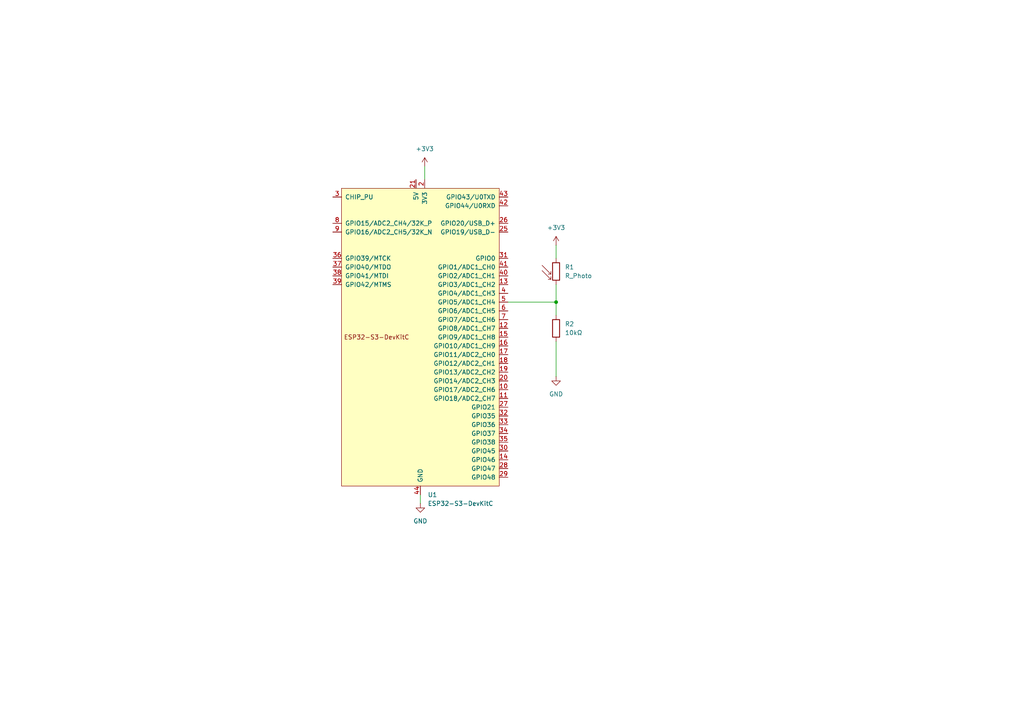
<source format=kicad_sch>
(kicad_sch (version 20250114) (generator "eeschema") (generator_version "9.0")
  (paper "A4")
  (lib_symbols
    (symbol "Device:R" (pin_numbers (hide yes)) (pin_names (offset 0))
      (property "Reference" "R" (at 2.032 0 90))
      (property "Value" "R" (at 0 0 90))
      (symbol "R_0_1"
        (rectangle (start -1.016 -2.54) (end 1.016 2.54) (stroke (width 0.254)))
      )
      (symbol "R_1_1"
        (pin passive line (at 0 3.81 270) (length 1.27) (name "~") (number "1"))
        (pin passive line (at 0 -3.81 90) (length 1.27) (name "~") (number "2"))
      )
    )
    (symbol "Device:R_Photo" (pin_numbers (hide yes)) (pin_names (offset 0))
      (property "Reference" "R" (at 1.27 1.27 0))
      (property "Value" "R_Photo" (at 1.27 0 0))
      (symbol "R_Photo_0_1"
        (polyline (pts (xy -1.524 -0.762) (xy -4.064 1.778)))
        (polyline (pts (xy -1.524 -0.762) (xy -2.286 -0.762)))
        (polyline (pts (xy -1.524 -0.762) (xy -1.524 0)))
        (polyline (pts (xy -1.524 -2.286) (xy -4.064 0.254)))
        (polyline (pts (xy -1.524 -2.286) (xy -2.286 -2.286)))
        (polyline (pts (xy -1.524 -2.286) (xy -1.524 -1.524)))
        (rectangle (start -1.016 2.54) (end 1.016 -2.54) (stroke (width 0.254)))
      )
      (symbol "R_Photo_1_1"
        (pin passive line (at 0 3.81 270) (length 1.27) (name "~") (number "1"))
        (pin passive line (at 0 -3.81 90) (length 1.27) (name "~") (number "2"))
      )
    )
    (symbol "PCM_Espressif:ESP32-S3-DevKitC" (pin_names (offset 1.016))
      (property "Reference" "U" (at -22.86 48.26 0))
      (property "Value" "ESP32-S3-DevKitC" (at -22.86 45.72 0))
      (symbol "ESP32-S3-DevKitC_0_0"
        (text "ESP32-S3-DevKitC" (at -12.7 0 0) (effects (font (size 1.27 1.27))))
        (pin bidirectional line (at -25.4 15.24 0) (length 2.54) (name "GPIO42/MTMS") (number "39"))
        (pin power_in line (at 0 -45.72 90) (length 2.54) (name "GND") (number "44"))
        (pin bidirectional line (at 25.4 40.64 180) (length 2.54) (name "GPIO43/U0TXD") (number "43"))
        (pin bidirectional line (at 25.4 38.1 180) (length 2.54) (name "GPIO44/U0RXD") (number "42"))
        (pin bidirectional line (at 25.4 20.32 180) (length 2.54) (name "GPIO1/ADC1_CH0") (number "41"))
        (pin bidirectional line (at 25.4 17.78 180) (length 2.54) (name "GPIO2/ADC1_CH1") (number "40"))
        (pin bidirectional line (at 25.4 -10.16 180) (length 2.54) (name "GPIO13/ADC2_CH2") (number "19"))
        (pin bidirectional line (at 25.4 -35.56 180) (length 2.54) (name "GPIO46") (number "14"))
      )
      (symbol "ESP32-S3-DevKitC_0_1"
        (rectangle (start -22.86 43.18) (end 22.86 -43.18) (fill (type background)))
        (pin power_in line (at 1.27 45.72 270) (length 2.54) (name "3V3") (number "2"))
      )
      (symbol "ESP32-S3-DevKitC_1_1"
        (pin input line (at -25.4 40.64 0) (length 2.54) (name "CHIP_PU") (number "3"))
        (pin bidirectional line (at -25.4 33.02 0) (length 2.54) (name "GPIO15/ADC2_CH4/32K_P") (number "8"))
        (pin bidirectional line (at -25.4 30.48 0) (length 2.54) (name "GPIO16/ADC2_CH5/32K_N") (number "9"))
        (pin bidirectional line (at -25.4 22.86 0) (length 2.54) (name "GPIO39/MTCK") (number "36"))
        (pin bidirectional line (at -25.4 20.32 0) (length 2.54) (name "GPIO40/MTDO") (number "37"))
        (pin bidirectional line (at -25.4 17.78 0) (length 2.54) (name "GPIO41/MTDI") (number "38"))
        (pin power_in line (at -1.27 45.72 270) (length 2.54) (name "5V") (number "21"))
        (pin passive line (at 0 -45.72 90) (length 2.54) (hide yes) (name "GND") (number "22"))
        (pin passive line (at 0 -45.72 90) (length 2.54) (hide yes) (name "GND") (number "23"))
        (pin passive line (at 0 -45.72 90) (length 2.54) (hide yes) (name "GND") (number "24"))
        (pin passive line (at 1.27 45.72 270) (length 2.54) (hide yes) (name "3V3") (number "1"))
        (pin bidirectional line (at 25.4 33.02 180) (length 2.54) (name "GPIO20/USB_D+") (number "26"))
        (pin bidirectional line (at 25.4 30.48 180) (length 2.54) (name "GPIO19/USB_D-") (number "25"))
        (pin bidirectional line (at 25.4 22.86 180) (length 2.54) (name "GPIO0") (number "31"))
        (pin bidirectional line (at 25.4 15.24 180) (length 2.54) (name "GPIO3/ADC1_CH2") (number "13"))
        (pin bidirectional line (at 25.4 12.7 180) (length 2.54) (name "GPIO4/ADC1_CH3") (number "4"))
        (pin bidirectional line (at 25.4 10.16 180) (length 2.54) (name "GPIO5/ADC1_CH4") (number "5"))
        (pin bidirectional line (at 25.4 7.62 180) (length 2.54) (name "GPIO6/ADC1_CH5") (number "6"))
        (pin bidirectional line (at 25.4 5.08 180) (length 2.54) (name "GPIO7/ADC1_CH6") (number "7"))
        (pin bidirectional line (at 25.4 2.54 180) (length 2.54) (name "GPIO8/ADC1_CH7") (number "12"))
        (pin bidirectional line (at 25.4 0 180) (length 2.54) (name "GPIO9/ADC1_CH8") (number "15"))
        (pin bidirectional line (at 25.4 -2.54 180) (length 2.54) (name "GPIO10/ADC1_CH9") (number "16"))
        (pin bidirectional line (at 25.4 -5.08 180) (length 2.54) (name "GPIO11/ADC2_CH0") (number "17"))
        (pin bidirectional line (at 25.4 -7.62 180) (length 2.54) (name "GPIO12/ADC2_CH1") (number "18"))
        (pin bidirectional line (at 25.4 -12.7 180) (length 2.54) (name "GPIO14/ADC2_CH3") (number "20"))
        (pin bidirectional line (at 25.4 -15.24 180) (length 2.54) (name "GPIO17/ADC2_CH6") (number "10"))
        (pin bidirectional line (at 25.4 -17.78 180) (length 2.54) (name "GPIO18/ADC2_CH7") (number "11"))
        (pin bidirectional line (at 25.4 -20.32 180) (length 2.54) (name "GPIO21") (number "27"))
        (pin bidirectional line (at 25.4 -22.86 180) (length 2.54) (name "GPIO35") (number "32"))
        (pin bidirectional line (at 25.4 -25.4 180) (length 2.54) (name "GPIO36") (number "33"))
        (pin bidirectional line (at 25.4 -27.94 180) (length 2.54) (name "GPIO37") (number "34"))
        (pin bidirectional line (at 25.4 -30.48 180) (length 2.54) (name "GPIO38") (number "35"))
        (pin bidirectional line (at 25.4 -33.02 180) (length 2.54) (name "GPIO45") (number "30"))
        (pin bidirectional line (at 25.4 -38.1 180) (length 2.54) (name "GPIO47") (number "28"))
        (pin bidirectional line (at 25.4 -40.64 180) (length 2.54) (name "GPIO48") (number "29"))
      )
    )
    (symbol "power:+3V3" (power) (pin_numbers (hide yes)) (pin_names (offset 0) (hide yes))
      (property "Value" "+3V3" (at 0 3.556 0))
      (symbol "+3V3_0_1"
        (polyline (pts (xy -0.762 1.27) (xy 0 2.54)))
        (polyline (pts (xy 0 2.54) (xy 0.762 1.27)))
        (polyline (pts (xy 0 0) (xy 0 2.54)))
      )
      (symbol "+3V3_1_1"
        (pin power_in line (at 0 0 90) (length 0) (name "~") (number "1"))
      )
    )
    (symbol "power:GND" (power) (pin_numbers (hide yes)) (pin_names (offset 0) (hide yes))
      (property "Value" "GND" (at 0 -3.81 0))
      (symbol "GND_0_1"
        (polyline (pts (xy 0 0) (xy 0 -1.27) (xy 1.27 -1.27) (xy 0 -2.54) (xy -1.27 -1.27) (xy 0 -1.27)))
      )
      (symbol "GND_1_1"
        (pin power_in line (at 0 0 270) (length 0) (name "~") (number "1"))
      )
    )
  )
  (junction (at 161.29 87.63))
  (wire (pts (xy 161.29 87.63) (xy 161.29 91.44)))
  (wire (pts (xy 147.32 87.63) (xy 161.29 87.63)))
  (wire (pts (xy 121.92 146.05) (xy 121.92 143.51)))
  (wire (pts (xy 123.19 48.26) (xy 123.19 52.07)))
  (wire (pts (xy 161.29 99.06) (xy 161.29 109.22)))
  (wire (pts (xy 161.29 82.55) (xy 161.29 87.63)))
  (wire (pts (xy 161.29 71.12) (xy 161.29 74.93)))
  (symbol (lib_id "power:+3V3") (at 161.29 71.12 0) (unit 1)
    (property "Reference" "#PWR06" (effects (hide yes)))
    (property "Value" "+3V3" (at 161.29 66.04 0))
    (property "Description" "Power symbol creates a global label with name \"+3V3\"" (effects (hide yes)))
  )
  (symbol (lib_id "power:+3V3") (at 123.19 48.26 0) (unit 1)
    (property "Reference" "#PWR02" (effects (hide yes)))
    (property "Value" "+3V3" (at 123.19 43.18 0))
    (property "Description" "Power symbol creates a global label with name \"+3V3\"" (effects (hide yes)))
  )
  (symbol (lib_id "Device:R") (at 161.29 95.25 0) (unit 1)
    (property "Reference" "R2" (at 163.83 93.9799 0) (effects (justify left)))
    (property "Value" "10kΩ" (at 163.83 96.5199 0) (effects (justify left)))
    (property "Description" "Resistor" (effects (hide yes)))
  )
  (symbol (lib_id "PCM_Espressif:ESP32-S3-DevKitC") (at 121.92 97.79 0) (unit 1)
    (property "Reference" "U1" (at 124.0633 143.51 0) (effects (justify left)))
    (property "Value" "ESP32-S3-DevKitC" (at 124.0633 146.05 0) (effects (justify left)))
    (property "Footprint" "PCM_Espressif:ESP32-S3-DevKitC" (effects (hide yes)))
    (property "Description" "ESP32-S3-DevKitC" (effects (hide yes)))
  )
  (symbol (lib_id "Device:R_Photo") (at 161.29 78.74 0) (unit 1)
    (property "Reference" "R1" (at 163.83 77.4699 0) (effects (justify left)))
    (property "Value" "R_Photo" (at 163.83 80.0099 0) (effects (justify left)))
    (property "Description" "Photoresistor" (effects (hide yes)))
  )
  (symbol (lib_id "power:GND") (at 161.29 109.22 0) (unit 1)
    (property "Reference" "#PWR03" (effects (hide yes)))
    (property "Value" "GND" (at 161.29 114.3 0))
    (property "Description" "Power symbol creates a global label with name \"GND\" , ground" (effects (hide yes)))
  )
  (symbol (lib_id "power:GND") (at 121.92 146.05 0) (unit 1)
    (property "Reference" "#PWR01" (effects (hide yes)))
    (property "Value" "GND" (at 121.92 151.13 0))
    (property "Description" "Power symbol creates a global label with name \"GND\" , ground" (effects (hide yes)))
  )
)
</source>
